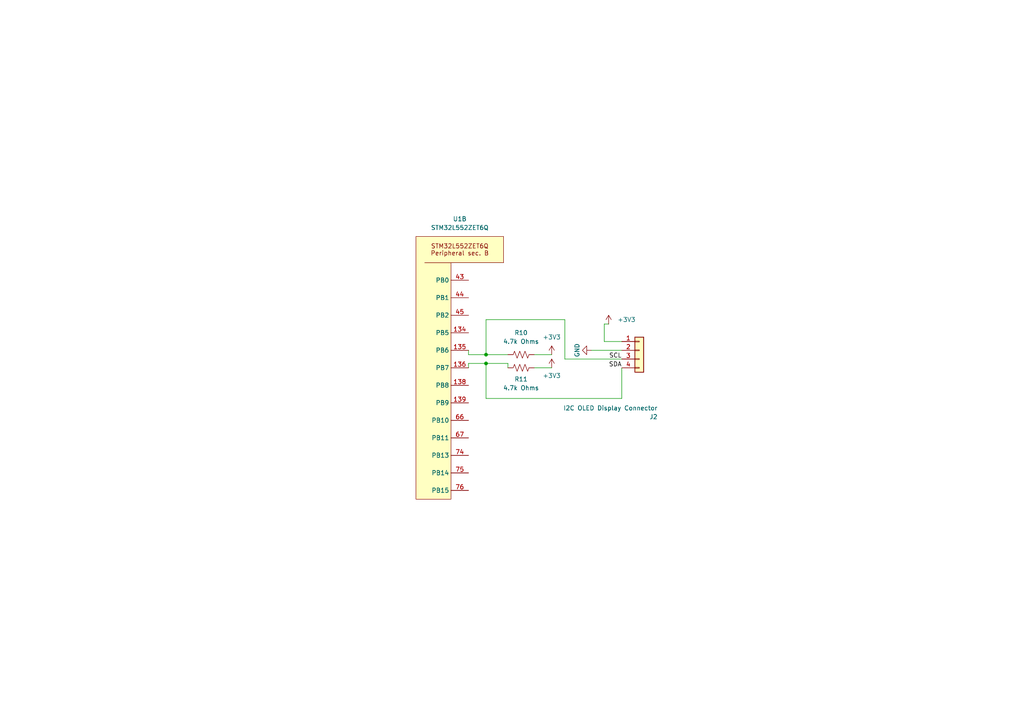
<source format=kicad_sch>
(kicad_sch (version 20250114) (generator "eeschema") (generator_version "9.0")
  (paper "A4")
  (lib_symbols
    (symbol "Connector_Generic:Conn_01x04" (pin_names (offset 1.016) (hide yes))
      (property "Reference" "J" (at 0 5.08 0))
      (property "Value" "Conn_01x04" (at 0 -7.62 0))
      (symbol "Conn_01x04_1_1"
        (rectangle (start -1.27 3.81) (end 1.27 -6.35) (stroke (width 0.254)) (fill (type background)))
        (rectangle (start -1.27 2.667) (end 0 2.413) (stroke (width 0.1524)))
        (rectangle (start -1.27 0.127) (end 0 -0.127) (stroke (width 0.1524)))
        (rectangle (start -1.27 -2.413) (end 0 -2.667) (stroke (width 0.1524)))
        (rectangle (start -1.27 -4.953) (end 0 -5.207) (stroke (width 0.1524)))
        (pin passive line (at -5.08 2.54 0) (length 3.81) (name "Pin_1") (number "1"))
        (pin passive line (at -5.08 0 0) (length 3.81) (name "Pin_2") (number "2"))
        (pin passive line (at -5.08 -2.54 0) (length 3.81) (name "Pin_3") (number "3"))
        (pin passive line (at -5.08 -5.08 0) (length 3.81) (name "Pin_4") (number "4"))
      )
    )
    (symbol "Device:R_US" (pin_numbers (hide yes)) (pin_names (offset 0))
      (property "Reference" "R" (at 2.54 0 90))
      (property "Value" "R_US" (at -2.54 0 90))
      (symbol "R_US_0_1"
        (polyline (pts (xy 0 2.286) (xy 0 2.54)))
        (polyline (pts (xy 0 2.286) (xy 1.016 1.905) (xy 0 1.524) (xy -1.016 1.143) (xy 0 0.762)))
        (polyline (pts (xy 0 0.762) (xy 1.016 0.381) (xy 0 0) (xy -1.016 -0.381) (xy 0 -0.762)))
        (polyline (pts (xy 0 -0.762) (xy 1.016 -1.143) (xy 0 -1.524) (xy -1.016 -1.905) (xy 0 -2.286)))
        (polyline (pts (xy 0 -2.286) (xy 0 -2.54)))
      )
      (symbol "R_US_1_1"
        (pin passive line (at 0 3.81 270) (length 1.27) (name "~") (number "1"))
        (pin passive line (at 0 -3.81 90) (length 1.27) (name "~") (number "2"))
      )
    )
    (symbol "bfr_microcontrollers:STM32L552ZET6Q"
      (property "Reference" "U?" (at 0 35.56 0))
      (property "Value" "STM32L552ZET6Q" (at 0 33.02 0))
      (symbol "STM32L552ZET6Q_1_1"
        (polyline (pts (xy -2.54 22.86) (xy -10.16 22.86)))
        (polyline (pts (xy 12.7 30.48) (xy -12.7 30.48) (xy -12.7 -52.07) (xy -2.54 -52.07) (xy -2.54 22.86) (xy 12.7 22.86) (xy 12.7 30.48) (xy 11.43 30.48)) (fill (type background)))
        (text "STM32L552ZET6Q\nPeripheral sec. A" (at 0 26.67 0) (effects (font (size 1.27 1.27))))
        (pin bidirectional line (at 2.54 17.78 180) (length 5.08) (name "PA0") (number "33"))
        (pin bidirectional line (at 2.54 12.7 180) (length 5.08) (name "PA1") (number "34"))
        (pin bidirectional line (at 2.54 7.62 180) (length 5.08) (name "PA2") (number "35"))
        (pin bidirectional line (at 2.54 2.54 180) (length 5.08) (name "PA3") (number "36"))
        (pin bidirectional line (at 2.54 -2.54 180) (length 5.08) (name "PA4") (number "39"))
        (pin bidirectional line (at 2.54 -7.62 180) (length 5.08) (name "PA5") (number "40"))
        (pin bidirectional line (at 2.54 -12.7 180) (length 5.08) (name "PA6") (number "41"))
        (pin bidirectional line (at 2.54 -17.78 180) (length 5.08) (name "PA7") (number "42"))
        (pin bidirectional line (at 2.54 -22.86 180) (length 5.08) (name "PA8") (number "100"))
        (pin bidirectional line (at 2.54 -27.94 180) (length 5.08) (name "PA9") (number "101"))
        (pin bidirectional line (at 2.54 -33.02 180) (length 5.08) (name "PA10") (number "102"))
        (pin bidirectional line (at 2.54 -38.1 180) (length 5.08) (name "PA11") (number "103"))
        (pin bidirectional line (at 2.54 -43.18 180) (length 5.08) (name "PA12") (number "104"))
        (pin bidirectional line (at 2.54 -48.26 180) (length 5.08) (name "PA15") (number "110"))
      )
      (symbol "STM32L552ZET6Q_2_1"
        (polyline (pts (xy -2.54 22.86) (xy -10.16 22.86)))
        (polyline (pts (xy 12.7 30.48) (xy -12.7 30.48) (xy -12.7 -45.72) (xy -2.54 -45.72) (xy -2.54 22.86) (xy 12.7 22.86) (xy 12.7 30.48) (xy 11.43 30.48)) (fill (type background)))
        (text "STM32L552ZET6Q\nPeripheral sec. B" (at 0 26.67 0) (effects (font (size 1.27 1.27))))
        (pin bidirectional line (at 2.54 17.78 180) (length 5.08) (name "PB0") (number "43"))
        (pin bidirectional line (at 2.54 12.7 180) (length 5.08) (name "PB1") (number "44"))
        (pin bidirectional line (at 2.54 7.62 180) (length 5.08) (name "PB2") (number "45"))
        (pin bidirectional line (at 2.54 2.54 180) (length 5.08) (name "PB5") (number "134"))
        (pin bidirectional line (at 2.54 -2.54 180) (length 5.08) (name "PB6") (number "135"))
        (pin bidirectional line (at 2.54 -7.62 180) (length 5.08) (name "PB7") (number "136"))
        (pin bidirectional line (at 2.54 -12.7 180) (length 5.08) (name "PB8") (number "138"))
        (pin bidirectional line (at 2.54 -17.78 180) (length 5.08) (name "PB9") (number "139"))
        (pin bidirectional line (at 2.54 -22.86 180) (length 5.08) (name "PB10") (number "66"))
        (pin bidirectional line (at 2.54 -27.94 180) (length 5.08) (name "PB11") (number "67"))
        (pin bidirectional line (at 2.54 -33.02 180) (length 5.08) (name "PB13") (number "74"))
        (pin bidirectional line (at 2.54 -38.1 180) (length 5.08) (name "PB14") (number "75"))
        (pin bidirectional line (at 2.54 -43.18 180) (length 5.08) (name "PB15") (number "76"))
      )
      (symbol "STM32L552ZET6Q_3_1"
        (polyline (pts (xy -2.54 22.86) (xy -10.16 22.86)))
        (polyline (pts (xy 12.7 30.48) (xy -12.7 30.48) (xy -12.7 -41.91) (xy -2.54 -41.91) (xy -2.54 22.86) (xy 12.7 22.86) (xy 12.7 30.48) (xy 11.43 30.48)) (fill (type background)))
        (text "STM32L552ZET6Q\nPeripheral sec. C" (at 0 26.67 0) (effects (font (size 1.27 1.27))))
        (pin bidirectional line (at 2.54 17.78 180) (length 5.08) (name "PC0") (number "26"))
        (pin bidirectional line (at 2.54 12.7 180) (length 5.08) (name "PC1") (number "27"))
        (pin bidirectional line (at 2.54 7.62 180) (length 5.08) (name "PC2") (number "28"))
        (pin bidirectional line (at 2.54 2.54 180) (length 5.08) (name "PC3") (number "29"))
        (pin bidirectional line (at 2.54 -2.54 180) (length 5.08) (name "PC6") (number "96"))
        (pin bidirectional line (at 2.54 -7.62 180) (length 5.08) (name "PC7") (number "97"))
        (pin bidirectional line (at 2.54 -12.7 180) (length 5.08) (name "PC8") (number "98"))
        (pin bidirectional line (at 2.54 -17.78 180) (length 5.08) (name "PC9") (number "99"))
        (pin bidirectional line (at 2.54 -22.86 180) (length 5.08) (name "PC10") (number "111"))
        (pin bidirectional line (at 2.54 -27.94 180) (length 5.08) (name "PC11") (number "112"))
        (pin bidirectional line (at 2.54 -33.02 180) (length 5.08) (name "PC12") (number "113"))
        (pin bidirectional line (at 2.54 -38.1 180) (length 5.08) (name "PC13") (number "7"))
      )
      (symbol "STM32L552ZET6Q_4_1"
        (polyline (pts (xy -2.54 22.86) (xy -10.16 22.86)))
        (polyline (pts (xy 12.7 30.48) (xy -12.7 30.48) (xy -12.7 -62.23) (xy -2.54 -62.23) (xy -2.54 22.86) (xy 12.7 22.86) (xy 12.7 30.48) (xy 11.43 30.48)) (fill (type background)))
        (text "STM32L552ZET6Q\nPeripheral sec. D" (at 0 26.67 0) (effects (font (size 1.27 1.27))))
        (pin bidirectional line (at 2.54 17.78 180) (length 5.08) (name "PD0") (number "114"))
        (pin bidirectional line (at 2.54 12.7 180) (length 5.08) (name "PD1") (number "115"))
        (pin bidirectional line (at 2.54 7.62 180) (length 5.08) (name "PD2") (number "116"))
        (pin bidirectional line (at 2.54 2.54 180) (length 5.08) (name "PD3") (number "117"))
        (pin bidirectional line (at 2.54 -2.54 180) (length 5.08) (name "PD4") (number "118"))
        (pin bidirectional line (at 2.54 -7.62 180) (length 5.08) (name "PD5") (number "119"))
        (pin bidirectional line (at 2.54 -12.7 180) (length 5.08) (name "PD6") (number "122"))
        (pin bidirectional line (at 2.54 -17.78 180) (length 5.08) (name "PD7") (number "123"))
        (pin bidirectional line (at 2.54 -22.86 180) (length 5.08) (name "PD8") (number "77"))
        (pin bidirectional line (at 2.54 -27.94 180) (length 5.08) (name "PD9") (number "78"))
        (pin bidirectional line (at 2.54 -33.02 180) (length 5.08) (name "PD10") (number "79"))
        (pin bidirectional line (at 2.54 -38.1 180) (length 5.08) (name "PD11") (number "80"))
        (pin bidirectional line (at 2.54 -43.18 180) (length 5.08) (name "PD12") (number "81"))
        (pin bidirectional line (at 2.54 -48.26 180) (length 5.08) (name "PD13") (number "82"))
        (pin bidirectional line (at 2.54 -53.34 180) (length 5.08) (name "PD14") (number "85"))
        (pin bidirectional line (at 2.54 -58.42 180) (length 5.08) (name "PD15") (number "86"))
      )
      (symbol "STM32L552ZET6Q_5_1"
        (polyline (pts (xy -2.54 22.86) (xy -10.16 22.86)))
        (polyline (pts (xy 12.7 30.48) (xy -12.7 30.48) (xy -12.7 -62.23) (xy -2.54 -62.23) (xy -2.54 22.86) (xy 12.7 22.86) (xy 12.7 30.48) (xy 11.43 30.48)) (fill (type background)))
        (text "STM32L552ZET6Q\nPeripheral sec. E" (at 0 26.67 0) (effects (font (size 1.27 1.27))))
        (pin bidirectional line (at 2.54 17.78 180) (length 5.08) (name "PE0") (number "140"))
        (pin bidirectional line (at 2.54 12.7 180) (length 5.08) (name "PE1") (number "141"))
        (pin bidirectional line (at 2.54 7.62 180) (length 5.08) (name "PE2") (number "1"))
        (pin bidirectional line (at 2.54 2.54 180) (length 5.08) (name "PE3") (number "2"))
        (pin bidirectional line (at 2.54 -2.54 180) (length 5.08) (name "PE4") (number "3"))
        (pin bidirectional line (at 2.54 -7.62 180) (length 5.08) (name "PE5") (number "4"))
        (pin bidirectional line (at 2.54 -12.7 180) (length 5.08) (name "PE6") (number "5"))
        (pin bidirectional line (at 2.54 -17.78 180) (length 5.08) (name "PE7") (number "55"))
        (pin bidirectional line (at 2.54 -22.86 180) (length 5.08) (name "PE8") (number "56"))
        (pin bidirectional line (at 2.54 -27.94 180) (length 5.08) (name "PE9") (number "57"))
        (pin bidirectional line (at 2.54 -33.02 180) (length 5.08) (name "PE10") (number "60"))
        (pin bidirectional line (at 2.54 -38.1 180) (length 5.08) (name "PE11") (number "61"))
        (pin bidirectional line (at 2.54 -43.18 180) (length 5.08) (name "PE12") (number "62"))
        (pin bidirectional line (at 2.54 -48.26 180) (length 5.08) (name "PE13") (number "63"))
        (pin bidirectional line (at 2.54 -53.34 180) (length 5.08) (name "PE14") (number "64"))
        (pin bidirectional line (at 2.54 -58.42 180) (length 5.08) (name "PE15") (number "65"))
      )
      (symbol "STM32L552ZET6Q_6_1"
        (polyline (pts (xy -2.54 22.86) (xy -10.16 22.86)))
        (polyline (pts (xy 12.7 30.48) (xy -12.7 30.48) (xy -12.7 -62.23) (xy -2.54 -62.23) (xy -2.54 22.86) (xy 12.7 22.86) (xy 12.7 30.48) (xy 11.43 30.48)) (fill (type background)))
        (text "STM32L552ZET6Q\nPeripheral sec. F" (at 0 26.67 0) (effects (font (size 1.27 1.27))))
        (pin bidirectional line (at 2.54 17.78 180) (length 5.08) (name "PF0") (number "10"))
        (pin bidirectional line (at 2.54 12.7 180) (length 5.08) (name "PF1") (number "11"))
        (pin bidirectional line (at 2.54 7.62 180) (length 5.08) (name "PF2") (number "12"))
        (pin bidirectional line (at 2.54 2.54 180) (length 5.08) (name "PF3") (number "13"))
        (pin bidirectional line (at 2.54 -2.54 180) (length 5.08) (name "PF4") (number "14"))
        (pin bidirectional line (at 2.54 -7.62 180) (length 5.08) (name "PF5") (number "15"))
        (pin bidirectional line (at 2.54 -12.7 180) (length 5.08) (name "PF6") (number "18"))
        (pin bidirectional line (at 2.54 -17.78 180) (length 5.08) (name "PF7") (number "19"))
        (pin bidirectional line (at 2.54 -22.86 180) (length 5.08) (name "PF8") (number "20"))
        (pin bidirectional line (at 2.54 -27.94 180) (length 5.08) (name "PF9") (number "21"))
        (pin bidirectional line (at 2.54 -33.02 180) (length 5.08) (name "PF10") (number "22"))
        (pin bidirectional line (at 2.54 -38.1 180) (length 5.08) (name "PF11") (number "46"))
        (pin bidirectional line (at 2.54 -43.18 180) (length 5.08) (name "PF12") (number "47"))
        (pin bidirectional line (at 2.54 -48.26 180) (length 5.08) (name "PF13") (number "50"))
        (pin bidirectional line (at 2.54 -53.34 180) (length 5.08) (name "PF14") (number "51"))
        (pin bidirectional line (at 2.54 -58.42 180) (length 5.08) (name "PF15") (number "52"))
      )
      (symbol "STM32L552ZET6Q_7_1"
        (polyline (pts (xy -2.54 22.86) (xy -10.16 22.86)))
        (polyline (pts (xy 12.7 30.48) (xy -12.7 30.48) (xy -12.7 -46.99) (xy -2.54 -46.99) (xy -2.54 22.86) (xy 12.7 22.86) (xy 12.7 30.48) (xy 11.43 30.48)) (fill (type background)))
        (text "STM32L552ZET6Q\nPeripheral sec. G" (at 0 26.67 0) (effects (font (size 1.27 1.27))))
        (pin bidirectional line (at 2.54 17.78 180) (length 5.08) (name "PG0") (number "53"))
        (pin bidirectional line (at 2.54 12.7 180) (length 5.08) (name "PG1") (number "54"))
        (pin bidirectional line (at 2.54 7.62 180) (length 5.08) (name "PG2") (number "87"))
        (pin bidirectional line (at 2.54 2.54 180) (length 5.08) (name "PG3") (number "88"))
        (pin bidirectional line (at 2.54 -2.54 180) (length 5.08) (name "PG4") (number "89"))
        (pin bidirectional line (at 2.54 -7.62 180) (length 5.08) (name "PG5") (number "90"))
        (pin bidirectional line (at 2.54 -12.7 180) (length 5.08) (name "PG6") (number "91"))
        (pin bidirectional line (at 2.54 -17.78 180) (length 5.08) (name "PG9") (number "124"))
        (pin bidirectional line (at 2.54 -22.86 180) (length 5.08) (name "PG10") (number "125"))
        (pin bidirectional line (at 2.54 -27.94 180) (length 5.08) (name "PG12") (number "126"))
        (pin bidirectional line (at 2.54 -33.02 180) (length 5.08) (name "PG13") (number "127"))
        (pin bidirectional line (at 2.54 -38.1 180) (length 5.08) (name "PG14") (number "128"))
        (pin bidirectional line (at 2.54 -43.18 180) (length 5.08) (name "PG15") (number "131"))
      )
      (symbol "STM32L552ZET6Q_8_1"
        (unit_name "SMPS")
        (rectangle (start -11.43 30.4006) (end 11.43 -2.4606) (fill (type background)))
        (text "STM32L552ZETxQ\nSMPS Module" (at 0 26.67 0) (effects (font (size 1.27 1.27))))
        (pin power_in line (at -16.51 21.59 0) (length 5.08) (name "VDDSMPS") (number "68"))
        (pin power_in line (at 16.51 21.59 180) (length 5.08) (name "VLXSMPS") (number "69"))
        (pin power_in line (at 16.51 13.97 180) (length 5.08) (name "V15SMPS") (number "72"))
        (pin power_in line (at 16.51 10.16 180) (length 5.08) (name "V15SMPS") (number "143"))
        (pin power_in line (at 16.51 0 180) (length 5.08) (name "VSSSMPS") (number "70"))
      )
      (symbol "STM32L552ZET6Q_9_1"
        (unit_name "Power/Clock")
        (polyline (pts (xy -22.86 22.86) (xy 22.86 22.86)))
        (rectangle (start -22.8599 30.48) (end 22.8599 -33.02) (fill (type background)))
        (polyline (pts (xy -13.97 -20.32) (xy -8.89 -20.32)))
        (rectangle (start -13.97 -21.59) (end -8.89 -24.13))
        (polyline (pts (xy -13.97 -25.4) (xy -8.89 -25.4)))
        (polyline (pts (xy -11.43 -20.32) (xy -11.43 -17.78)))
        (polyline (pts (xy -11.43 -25.4) (xy -11.43 -27.94)))
        (polyline (pts (xy 11.43 -20.32) (xy 16.51 -20.32)))
        (rectangle (start 11.43 -21.59) (end 16.51 -24.13))
        (polyline (pts (xy 11.43 -25.4) (xy 16.51 -25.4)))
        (polyline (pts (xy 13.97 -20.32) (xy 13.97 -17.78)))
        (polyline (pts (xy 13.97 -25.4) (xy 13.97 -27.94)))
        (text "LSE" (at -11.43 -22.86 0) (effects (font (size 1.27 1.27))))
        (text "STM32L552ZET6Q\nPower/Clock" (at 0 26.67 0) (effects (font (size 1.27 1.27))))
        (text "HSE" (at 13.97 -22.86 0) (effects (font (size 1.27 1.27))))
        (pin power_in line (at -27.94 19.05 0) (length 5.08) (name "VBAT") (number "6"))
        (pin power_in line (at -27.94 11.43 0) (length 5.08) (name "VDDUSB") (number "106"))
        (pin input line (at -27.94 5.08 0) (length 5.08) (name "VREF+") (number "31"))
        (pin power_in line (at -27.94 -3.81 0) (length 5.08) (name "VDDIO2") (number "130"))
        (pin power_in line (at -27.94 -7.62 0) (length 5.08) (name "VDDIO2") (number "95"))
        (pin input clock (at -27.94 -16.51 0) (length 5.08) (name "PC14/RCC_OSC32_IN") (number "8"))
        (pin input clock (at -27.94 -29.21 0) (length 5.08) (name "PC15/RCC_OSC32_OUT") (number "9"))
        (pin power_in line (at 27.94 20.32 180) (length 5.08) (hide yes) (name "VDD") (number "108"))
        (pin power_in line (at 27.94 20.32 180) (length 5.08) (hide yes) (name "VDD") (number "121"))
        (pin power_in line (at 27.94 20.32 180) (length 5.08) (hide yes) (name "VDD") (number "144"))
        (pin power_in line (at 27.94 20.32 180) (length 5.08) (name "VDD") (number "17"))
        (pin power_in line (at 27.94 20.32 180) (length 5.08) (hide yes) (name "VDD") (number "38"))
        (pin power_in line (at 27.94 20.32 180) (length 5.08) (hide yes) (name "VDD") (number "49"))
        (pin power_in line (at 27.94 20.32 180) (length 5.08) (hide yes) (name "VDD") (number "59"))
        (pin power_in line (at 27.94 20.32 180) (length 5.08) (hide yes) (name "VDD") (number "73"))
        (pin power_in line (at 27.94 20.32 180) (length 5.08) (hide yes) (name "VDD") (number "84"))
        (pin power_in line (at 27.94 12.7 180) (length 5.08) (hide yes) (name "VSS") (number "107"))
        (pin power_in line (at 27.94 12.7 180) (length 5.08) (hide yes) (name "VSS") (number "120"))
        (pin power_in line (at 27.94 12.7 180) (length 5.08) (hide yes) (name "VSS") (number "129"))
        (pin power_in line (at 27.94 12.7 180) (length 5.08) (hide yes) (name "VSS") (number "142"))
        (pin power_in line (at 27.94 12.7 180) (length 5.08) (name "VSS") (number "16"))
        (pin power_in line (at 27.94 12.7 180) (length 5.08) (hide yes) (name "VSS") (number "37"))
        (pin power_in line (at 27.94 12.7 180) (length 5.08) (hide yes) (name "VSS") (number "48"))
        (pin power_in line (at 27.94 12.7 180) (length 5.08) (hide yes) (name "VSS") (number "58"))
        (pin power_in line (at 27.94 12.7 180) (length 5.08) (hide yes) (name "VSS") (number "71"))
        (pin power_in line (at 27.94 12.7 180) (length 5.08) (hide yes) (name "VSS") (number "83"))
        (pin power_in line (at 27.94 12.7 180) (length 5.08) (hide yes) (name "VSS") (number "94"))
        (pin power_in line (at 27.94 1.27 180) (length 5.08) (name "VDDA") (number "32"))
        (pin power_in line (at 27.94 -6.35 180) (length 5.08) (name "VSSA") (number "30"))
        (pin input clock (at 27.94 -16.51 180) (length 5.08) (name "PH0/HSE_OSC_IN") (number "23"))
        (pin input clock (at 27.94 -29.21 180) (length 5.08) (name "PH1/HSE_OSC_OUT") (number "24"))
      )
      (symbol "STM32L552ZET6Q_10_1"
        (unit_name "Debug/Reset/Bootloader")
        (rectangle (start -27.94 31.75) (end 27.94 -2.54) (fill (type background)))
        (polyline (pts (xy 27.94 24.13) (xy -27.94 24.13)))
        (text "STM32L552ZETQ\nDebug/Reset/Bootloader" (at 0 27.94 0) (effects (font (size 1.27 1.27))))
        (pin input line (at -33.02 20.32 0) (length 5.08) (name "PH3/BOOT0/RESET") (number "137"))
        (pin bidirectional line (at -33.02 15.24 0) (length 5.08) (name "PB4/DEBUG_JTRST") (number "133"))
        (pin bidirectional line (at -33.02 10.16 0) (length 5.08) (name "PB3/DEBUG_JTDO-SWO") (number "132"))
        (pin bidirectional clock (at -33.02 5.08 0) (length 5.08) (name "PA14/DEBUG_JTCK-SWCLK") (number "109"))
        (pin bidirectional line (at -33.02 0 0) (length 5.08) (name "PA13/DEBUG_JTMS-SWDIO") (number "105"))
        (pin bidirectional line (at 33.02 17.78 180) (length 5.08) (name "PG8/VCP_RX") (number "93"))
        (pin bidirectional line (at 33.02 13.97 180) (length 5.08) (name "PG7/VCP_TX") (number "92"))
        (pin input inverted (at 33.02 5.08 180) (length 5.08) (name "NRESET") (number "25"))
      )
    )
    (symbol "power:+3V3" (power) (pin_numbers (hide yes)) (pin_names (offset 0) (hide yes))
      (property "Value" "+3V3" (at 0 3.556 0))
      (symbol "+3V3_0_1"
        (polyline (pts (xy -0.762 1.27) (xy 0 2.54)))
        (polyline (pts (xy 0 2.54) (xy 0.762 1.27)))
        (polyline (pts (xy 0 0) (xy 0 2.54)))
      )
      (symbol "+3V3_1_1"
        (pin power_in line (at 0 0 90) (length 0) (name "~") (number "1"))
      )
    )
    (symbol "power:GND" (power) (pin_numbers (hide yes)) (pin_names (offset 0) (hide yes))
      (property "Value" "GND" (at 0 -3.81 0))
      (symbol "GND_0_1"
        (polyline (pts (xy 0 0) (xy 0 -1.27) (xy 1.27 -1.27) (xy 0 -2.54) (xy -1.27 -1.27) (xy 0 -1.27)))
      )
      (symbol "GND_1_1"
        (pin power_in line (at 0 0 270) (length 0) (name "~") (number "1"))
      )
    )
  )
  (junction (at 140.97 105.41))
  (junction (at 140.97 102.87))
  (wire (pts (xy 175.26 93.98) (xy 176.53 93.98)))
  (wire (pts (xy 175.26 93.98) (xy 175.26 99.06)))
  (wire (pts (xy 140.97 102.87) (xy 147.32 102.87)))
  (wire (pts (xy 180.34 106.68) (xy 180.34 115.57)))
  (wire (pts (xy 135.89 106.68) (xy 135.89 105.41)))
  (wire (pts (xy 175.26 99.06) (xy 180.34 99.06)))
  (wire (pts (xy 135.89 105.41) (xy 140.97 105.41)))
  (wire (pts (xy 140.97 105.41) (xy 140.97 115.57)))
  (wire (pts (xy 135.89 102.87) (xy 140.97 102.87)))
  (wire (pts (xy 140.97 92.71) (xy 140.97 102.87)))
  (wire (pts (xy 171.45 101.6) (xy 180.34 101.6)))
  (wire (pts (xy 154.94 106.68) (xy 160.02 106.68)))
  (wire (pts (xy 163.83 104.14) (xy 180.34 104.14)))
  (wire (pts (xy 163.83 92.71) (xy 140.97 92.71)))
  (wire (pts (xy 163.83 92.71) (xy 163.83 104.14)))
  (wire (pts (xy 135.89 102.87) (xy 135.89 101.6)))
  (wire (pts (xy 140.97 105.41) (xy 147.32 105.41)))
  (wire (pts (xy 147.32 105.41) (xy 147.32 106.68)))
  (wire (pts (xy 154.94 102.87) (xy 160.02 102.87)))
  (wire (pts (xy 140.97 115.57) (xy 180.34 115.57)))
  (label "SDA" (at 180.34 106.68 180))
  (label "SCL" (at 180.34 104.14 180))
  (symbol (lib_id "Device:R_US") (at 151.13 106.68 90) (unit 1)
    (property "Reference" "R11" (at 151.13 109.982 90))
    (property "Value" "4.7k Ohms" (at 151.13 112.522 90))
    (property "Description" "Resistor, US symbol" (effects (hide yes)))
  )
  (symbol (lib_id "Device:R_US") (at 151.13 102.87 90) (unit 1)
    (property "Reference" "R10" (at 151.13 96.52 90))
    (property "Value" "4.7k Ohms" (at 151.13 99.06 90))
    (property "Description" "Resistor, US symbol" (effects (hide yes)))
  )
  (symbol (lib_id "power:+3V3") (at 176.53 93.98 0) (unit 1)
    (property "Reference" "#PWR042" (effects (hide yes)))
    (property "Value" "+3V3" (at 179.07 92.7099 0) (effects (justify left)))
    (property "Description" "Power symbol creates a global label with name \"+3V3\"" (effects (hide yes)))
  )
  (symbol (lib_id "bfr_microcontrollers:STM32L552ZET6Q") (at 133.35 99.06 0) (unit 2)
    (property "Reference" "U1" (at 133.35 63.5 0))
    (property "Value" "STM32L552ZET6Q" (at 133.35 66.04 0))
    (property "Footprint" "Package_QFP:LQFP-144_20x20mm_P0.5mm" (effects (hide yes)))
    (property "Datasheet" "https://jlcpcb.com/api/file/downloadByFileSystemAccessId/8590276535837503488" (effects (hide yes)))
    (property "Description" "IC, uCONT, 106uA/MHz, FPU, 512kb FLASH, 256kb SRAM, ARM-M33, 110MHZ, SMPS, LQFP144" (effects (hide yes)))
    (property "LCSC P/N" "TO ORDER" (effects (hide yes)))
    (property "Order From" "LCSC" (effects (hide yes)))
    (property "Manufacturer P/N" "STM32L552ZET6Q" (effects (hide yes)))
    (property "Manufacturer" "ST Microelectronics" (effects (hide yes)))
    (property "Digikey P/N" "497-STM32L552ZET6Q-ND" (effects (hide yes)))
    (property "Mouser P/N" "511-STM32L552ZET6Q" (effects (hide yes)))
    (property "JLC Basic Part" "No" (effects (hide yes)))
    (property "Created By" "Manual Entry" (effects (hide yes)))
  )
  (symbol (lib_id "power:GND") (at 171.45 101.6 270) (unit 1)
    (property "Reference" "#PWR041" (effects (hide yes)))
    (property "Value" "GND" (at 167.386 101.6 0))
    (property "Description" "Power symbol creates a global label with name \"GND\" , ground" (effects (hide yes)))
  )
  (symbol (lib_id "Connector_Generic:Conn_01x04") (at 185.42 101.6 0) (unit 1)
    (property "Reference" "J2" (at 190.754 120.904 0) (effects (justify right)))
    (property "Value" "I2C OLED Display Connector" (at 190.754 118.364 0) (effects (justify right)))
    (property "Description" "Generic connector, single row, 01x04, script generated (kicad-library-utils/schlib/autogen/connector/)" (effects (hide yes)))
  )
  (symbol (lib_id "power:+3V3") (at 160.02 106.68 0) (unit 1)
    (property "Reference" "#PWR040" (effects (hide yes)))
    (property "Value" "+3V3" (at 160.02 108.966 0))
    (property "Description" "Power symbol creates a global label with name \"+3V3\"" (effects (hide yes)))
  )
  (symbol (lib_id "power:+3V3") (at 160.02 102.87 0) (unit 1)
    (property "Reference" "#PWR039" (effects (hide yes)))
    (property "Value" "+3V3" (at 160.02 97.79 0))
    (property "Description" "Power symbol creates a global label with name \"+3V3\"" (effects (hide yes)))
  )
)
</source>
